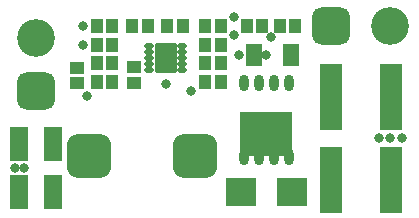
<source format=gts>
G04*
G04 #@! TF.GenerationSoftware,Altium Limited,Altium Designer,20.1.7 (139)*
G04*
G04 Layer_Color=8388736*
%FSLAX25Y25*%
%MOIN*%
G70*
G04*
G04 #@! TF.SameCoordinates,340D3123-0E3B-44FA-9BA9-5BA34B2CC4A0*
G04*
G04*
G04 #@! TF.FilePolarity,Negative*
G04*
G01*
G75*
%ADD28R,0.04540X0.04147*%
%ADD29R,0.04343X0.04737*%
%ADD30R,0.04147X0.04540*%
%ADD31R,0.17335X0.14895*%
%ADD32O,0.03162X0.05524*%
%ADD33R,0.05918X0.11430*%
%ADD34R,0.04737X0.04343*%
G04:AMPARAMS|DCode=35|XSize=17.45mil|YSize=31.62mil|CornerRadius=5.98mil|HoleSize=0mil|Usage=FLASHONLY|Rotation=90.000|XOffset=0mil|YOffset=0mil|HoleType=Round|Shape=RoundedRectangle|*
%AMROUNDEDRECTD35*
21,1,0.01745,0.01965,0,0,90.0*
21,1,0.00548,0.03162,0,0,90.0*
1,1,0.01197,0.00983,0.00274*
1,1,0.01197,0.00983,-0.00274*
1,1,0.01197,-0.00983,-0.00274*
1,1,0.01197,-0.00983,0.00274*
%
%ADD35ROUNDEDRECTD35*%
G04:AMPARAMS|DCode=36|XSize=72.96mil|YSize=102.49mil|CornerRadius=5.95mil|HoleSize=0mil|Usage=FLASHONLY|Rotation=0.000|XOffset=0mil|YOffset=0mil|HoleType=Round|Shape=RoundedRectangle|*
%AMROUNDEDRECTD36*
21,1,0.07296,0.09059,0,0,0.0*
21,1,0.06106,0.10249,0,0,0.0*
1,1,0.01190,0.03053,-0.04530*
1,1,0.01190,-0.03053,-0.04530*
1,1,0.01190,-0.03053,0.04530*
1,1,0.01190,0.03053,0.04530*
%
%ADD36ROUNDEDRECTD36*%
%ADD37R,0.10446X0.09265*%
%ADD38R,0.05328X0.07493*%
%ADD39R,0.07493X0.22060*%
G04:AMPARAMS|DCode=40|XSize=147.76mil|YSize=145.8mil|CornerRadius=38.45mil|HoleSize=0mil|Usage=FLASHONLY|Rotation=0.000|XOffset=0mil|YOffset=0mil|HoleType=Round|Shape=RoundedRectangle|*
%AMROUNDEDRECTD40*
21,1,0.14776,0.06890,0,0,0.0*
21,1,0.07087,0.14580,0,0,0.0*
1,1,0.07690,0.03543,-0.03445*
1,1,0.07690,-0.03543,-0.03445*
1,1,0.07690,-0.03543,0.03445*
1,1,0.07690,0.03543,0.03445*
%
%ADD40ROUNDEDRECTD40*%
G04:AMPARAMS|DCode=41|XSize=126.11mil|YSize=126.11mil|CornerRadius=33.53mil|HoleSize=0mil|Usage=FLASHONLY|Rotation=0.000|XOffset=0mil|YOffset=0mil|HoleType=Round|Shape=RoundedRectangle|*
%AMROUNDEDRECTD41*
21,1,0.12611,0.05906,0,0,0.0*
21,1,0.05906,0.12611,0,0,0.0*
1,1,0.06706,0.02953,-0.02953*
1,1,0.06706,-0.02953,-0.02953*
1,1,0.06706,-0.02953,0.02953*
1,1,0.06706,0.02953,0.02953*
%
%ADD41ROUNDEDRECTD41*%
%ADD42C,0.12611*%
%ADD43C,0.02769*%
%ADD44C,0.03162*%
D28*
X25591Y48632D02*
D03*
Y53750D02*
D03*
D29*
X37303Y61614D02*
D03*
X31988D02*
D03*
X37303Y67913D02*
D03*
X31988D02*
D03*
X60925D02*
D03*
X55610D02*
D03*
X68209D02*
D03*
X73524D02*
D03*
X31988Y55315D02*
D03*
X37303D02*
D03*
X73524Y49016D02*
D03*
X68209D02*
D03*
D30*
X43898Y67913D02*
D03*
X49016D02*
D03*
X68307Y61614D02*
D03*
X73425D02*
D03*
X82087Y67913D02*
D03*
X87205D02*
D03*
X93110D02*
D03*
X98228D02*
D03*
X37205Y49016D02*
D03*
X32087D02*
D03*
X68307Y55315D02*
D03*
X73425D02*
D03*
D31*
X88583Y31917D02*
D03*
D32*
X96083Y24213D02*
D03*
X91083D02*
D03*
X86083D02*
D03*
X81083D02*
D03*
Y48622D02*
D03*
X86083D02*
D03*
X91083D02*
D03*
X96083D02*
D03*
D33*
X17323Y12608D02*
D03*
X6299D02*
D03*
Y28356D02*
D03*
X17323D02*
D03*
D34*
X44488Y54035D02*
D03*
Y48720D02*
D03*
D35*
X60630Y61033D02*
D03*
Y59065D02*
D03*
Y57096D02*
D03*
Y55128D02*
D03*
Y53159D02*
D03*
X49606D02*
D03*
Y55128D02*
D03*
Y57096D02*
D03*
Y59065D02*
D03*
Y61033D02*
D03*
D36*
X55118Y57096D02*
D03*
D37*
X80118Y12608D02*
D03*
X97047D02*
D03*
D38*
X84350Y58071D02*
D03*
X96752D02*
D03*
D39*
X130118Y16545D02*
D03*
X110039D02*
D03*
X130118Y44104D02*
D03*
X110039D02*
D03*
D40*
X29626Y24419D02*
D03*
X64862D02*
D03*
D41*
X11811Y46072D02*
D03*
X110236Y67726D02*
D03*
D42*
X129921D02*
D03*
X11811Y63789D02*
D03*
D43*
X52854Y57096D02*
D03*
X57382D02*
D03*
X55118Y60836D02*
D03*
Y53356D02*
D03*
D44*
X7874Y20482D02*
D03*
X63540Y46154D02*
D03*
X77953Y70669D02*
D03*
X125984Y30512D02*
D03*
X129921D02*
D03*
X55118Y48435D02*
D03*
X79528Y58071D02*
D03*
X77953Y64764D02*
D03*
X90158Y63976D02*
D03*
X88583Y58071D02*
D03*
X4724Y20482D02*
D03*
X28819Y44606D02*
D03*
X27559Y61614D02*
D03*
Y67913D02*
D03*
X133858Y30512D02*
D03*
M02*

</source>
